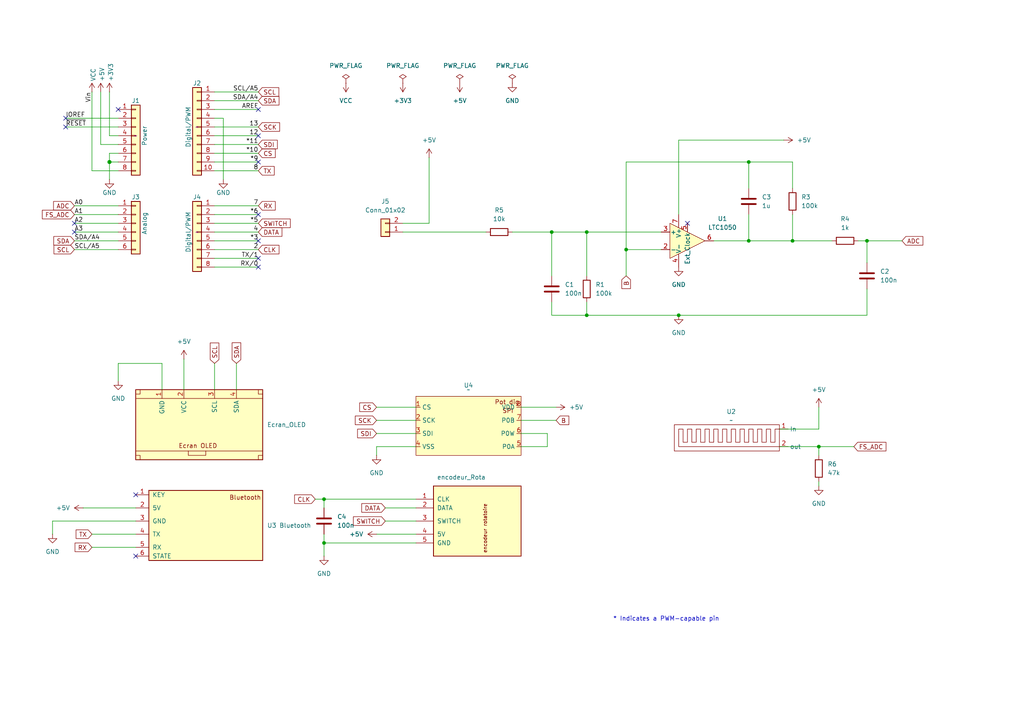
<source format=kicad_sch>
(kicad_sch (version 20250114) (generator "eeschema") (generator_version "9.0")
  (paper "A4")
  (title_block (date "mar. 31 mars 2015"))
  (lib_symbols
    (symbol "Connector_Generic:Conn_01x02" (pin_names (offset 1.016) (hide yes))
      (property "Reference" "J" (at 0 2.54 0))
      (property "Value" "Conn_01x02" (at 0 -5.08 0))
      (symbol "Conn_01x02_1_1"
        (rectangle (start -1.27 1.27) (end 1.27 -3.81) (stroke (width 0.254)) (fill (type background)))
        (rectangle (start -1.27 0.127) (end 0 -0.127) (stroke (width 0.1524)))
        (rectangle (start -1.27 -2.413) (end 0 -2.667) (stroke (width 0.1524)))
        (pin passive line (at -5.08 0 0) (length 3.81) (name "Pin_1") (number "1"))
        (pin passive line (at -5.08 -2.54 0) (length 3.81) (name "Pin_2") (number "2"))
      )
    )
    (symbol "Connector_Generic:Conn_01x06" (pin_names (offset 1.016) (hide yes))
      (property "Reference" "J" (at 0 7.62 0))
      (property "Value" "Conn_01x06" (at 0 -10.16 0))
      (symbol "Conn_01x06_1_1"
        (rectangle (start -1.27 6.35) (end 1.27 -8.89) (stroke (width 0.254)) (fill (type background)))
        (rectangle (start -1.27 5.207) (end 0 4.953) (stroke (width 0.1524)))
        (rectangle (start -1.27 2.667) (end 0 2.413) (stroke (width 0.1524)))
        (rectangle (start -1.27 0.127) (end 0 -0.127) (stroke (width 0.1524)))
        (rectangle (start -1.27 -2.413) (end 0 -2.667) (stroke (width 0.1524)))
        (rectangle (start -1.27 -4.953) (end 0 -5.207) (stroke (width 0.1524)))
        (rectangle (start -1.27 -7.493) (end 0 -7.747) (stroke (width 0.1524)))
        (pin passive line (at -5.08 5.08 0) (length 3.81) (name "Pin_1") (number "1"))
        (pin passive line (at -5.08 2.54 0) (length 3.81) (name "Pin_2") (number "2"))
        (pin passive line (at -5.08 0 0) (length 3.81) (name "Pin_3") (number "3"))
        (pin passive line (at -5.08 -2.54 0) (length 3.81) (name "Pin_4") (number "4"))
        (pin passive line (at -5.08 -5.08 0) (length 3.81) (name "Pin_5") (number "5"))
        (pin passive line (at -5.08 -7.62 0) (length 3.81) (name "Pin_6") (number "6"))
      )
    )
    (symbol "Connector_Generic:Conn_01x08" (pin_names (offset 1.016) (hide yes))
      (property "Reference" "J" (at 0 10.16 0))
      (property "Value" "Conn_01x08" (at 0 -12.7 0))
      (symbol "Conn_01x08_1_1"
        (rectangle (start -1.27 8.89) (end 1.27 -11.43) (stroke (width 0.254)) (fill (type background)))
        (rectangle (start -1.27 7.747) (end 0 7.493) (stroke (width 0.1524)))
        (rectangle (start -1.27 5.207) (end 0 4.953) (stroke (width 0.1524)))
        (rectangle (start -1.27 2.667) (end 0 2.413) (stroke (width 0.1524)))
        (rectangle (start -1.27 0.127) (end 0 -0.127) (stroke (width 0.1524)))
        (rectangle (start -1.27 -2.413) (end 0 -2.667) (stroke (width 0.1524)))
        (rectangle (start -1.27 -4.953) (end 0 -5.207) (stroke (width 0.1524)))
        (rectangle (start -1.27 -7.493) (end 0 -7.747) (stroke (width 0.1524)))
        (rectangle (start -1.27 -10.033) (end 0 -10.287) (stroke (width 0.1524)))
        (pin passive line (at -5.08 7.62 0) (length 3.81) (name "Pin_1") (number "1"))
        (pin passive line (at -5.08 5.08 0) (length 3.81) (name "Pin_2") (number "2"))
        (pin passive line (at -5.08 2.54 0) (length 3.81) (name "Pin_3") (number "3"))
        (pin passive line (at -5.08 0 0) (length 3.81) (name "Pin_4") (number "4"))
        (pin passive line (at -5.08 -2.54 0) (length 3.81) (name "Pin_5") (number "5"))
        (pin passive line (at -5.08 -5.08 0) (length 3.81) (name "Pin_6") (number "6"))
        (pin passive line (at -5.08 -7.62 0) (length 3.81) (name "Pin_7") (number "7"))
        (pin passive line (at -5.08 -10.16 0) (length 3.81) (name "Pin_8") (number "8"))
      )
    )
    (symbol "Connector_Generic:Conn_01x10" (pin_names (offset 1.016) (hide yes))
      (property "Reference" "J" (at 0 12.7 0))
      (property "Value" "Conn_01x10" (at 0 -15.24 0))
      (symbol "Conn_01x10_1_1"
        (rectangle (start -1.27 11.43) (end 1.27 -13.97) (stroke (width 0.254)) (fill (type background)))
        (rectangle (start -1.27 10.287) (end 0 10.033) (stroke (width 0.1524)))
        (rectangle (start -1.27 7.747) (end 0 7.493) (stroke (width 0.1524)))
        (rectangle (start -1.27 5.207) (end 0 4.953) (stroke (width 0.1524)))
        (rectangle (start -1.27 2.667) (end 0 2.413) (stroke (width 0.1524)))
        (rectangle (start -1.27 0.127) (end 0 -0.127) (stroke (width 0.1524)))
        (rectangle (start -1.27 -2.413) (end 0 -2.667) (stroke (width 0.1524)))
        (rectangle (start -1.27 -4.953) (end 0 -5.207) (stroke (width 0.1524)))
        (rectangle (start -1.27 -7.493) (end 0 -7.747) (stroke (width 0.1524)))
        (rectangle (start -1.27 -10.033) (end 0 -10.287) (stroke (width 0.1524)))
        (rectangle (start -1.27 -12.573) (end 0 -12.827) (stroke (width 0.1524)))
        (pin passive line (at -5.08 10.16 0) (length 3.81) (name "Pin_1") (number "1"))
        (pin passive line (at -5.08 7.62 0) (length 3.81) (name "Pin_2") (number "2"))
        (pin passive line (at -5.08 5.08 0) (length 3.81) (name "Pin_3") (number "3"))
        (pin passive line (at -5.08 2.54 0) (length 3.81) (name "Pin_4") (number "4"))
        (pin passive line (at -5.08 0 0) (length 3.81) (name "Pin_5") (number "5"))
        (pin passive line (at -5.08 -2.54 0) (length 3.81) (name "Pin_6") (number "6"))
        (pin passive line (at -5.08 -5.08 0) (length 3.81) (name "Pin_7") (number "7"))
        (pin passive line (at -5.08 -7.62 0) (length 3.81) (name "Pin_8") (number "8"))
        (pin passive line (at -5.08 -10.16 0) (length 3.81) (name "Pin_9") (number "9"))
        (pin passive line (at -5.08 -12.7 0) (length 3.81) (name "Pin_10") (number "10"))
      )
    )
    (symbol "Device:C" (pin_numbers (hide yes)) (pin_names (offset 0.254))
      (property "Reference" "C" (at 0.635 2.54 0))
      (property "Value" "C" (at 0.635 -2.54 0))
      (symbol "C_0_1"
        (polyline (pts (xy -2.032 0.762) (xy 2.032 0.762)) (stroke (width 0.508)))
        (polyline (pts (xy -2.032 -0.762) (xy 2.032 -0.762)) (stroke (width 0.508)))
      )
      (symbol "C_1_1"
        (pin passive line (at 0 3.81 270) (length 2.794) (name "~") (number "1"))
        (pin passive line (at 0 -3.81 90) (length 2.794) (name "~") (number "2"))
      )
    )
    (symbol "Device:R" (pin_numbers (hide yes)) (pin_names (offset 0))
      (property "Reference" "R" (at 2.032 0 90))
      (property "Value" "R" (at 0 0 90))
      (symbol "R_0_1"
        (rectangle (start -1.016 -2.54) (end 1.016 2.54) (stroke (width 0.254)))
      )
      (symbol "R_1_1"
        (pin passive line (at 0 3.81 270) (length 1.27) (name "~") (number "1"))
        (pin passive line (at 0 -3.81 90) (length 1.27) (name "~") (number "2"))
      )
    )
    (symbol "Ecran_OLED_1"
      (property "Value" "Ecran_OLED" (at 12.7 38.1 0))
      (symbol "Ecran_OLED_1_0_1"
        (rectangle (start -17.78 8.89) (end 19.05 -11.43) (stroke (width 0.254)) (fill (type background)))
        (polyline (pts (xy -17.78 7.62) (xy -16.51 7.62) (xy -16.51 8.89)))
        (polyline (pts (xy -17.78 6.35) (xy 19.05 6.35)))
        (polyline (pts (xy -17.78 -8.89) (xy 19.05 -8.89)))
        (polyline (pts (xy -17.78 -10.16) (xy -16.51 -10.16) (xy -16.51 -11.43)))
        (polyline (pts (xy -2.54 -8.89) (xy -2.54 -10.16) (xy 2.54 -10.16) (xy 2.54 -8.89)))
        (polyline (pts (xy 17.78 8.89) (xy 17.78 7.62) (xy 19.05 7.62)))
        (polyline (pts (xy 17.78 -11.43) (xy 17.78 -10.16) (xy 19.05 -10.16)))
      )
      (symbol "Ecran_OLED_1_1_1"
        (text "Ecran OLED" (at 0.254 -7.366 0) (effects (font (size 1.27 1.27))))
        (pin input line (at -10.16 8.89 270) (length 2.54) (name "GND") (number "1"))
        (pin input line (at -3.81 8.89 270) (length 2.54) (name "VCC") (number "2"))
        (pin no_connect line (at 2.54 0 180) (length 2.54) (hide yes) (name "NC") (number "7"))
        (pin input line (at 5.08 8.89 270) (length 2.54) (name "SCL") (number "3"))
        (pin input line (at 11.43 8.89 270) (length 2.54) (name "SDA") (number "4"))
      )
    )
    (symbol "Module_bluetooth_1" (pin_names (offset 1.016))
      (property "Value" "U3 Bluetooth" (at 6.35 10.668 0))
      (symbol "Module_bluetooth_1_0_1"
        (rectangle (start -8.89 8.89) (end 24.13 -11.43) (stroke (width 0.254)) (fill (type background)))
      )
      (symbol "Module_bluetooth_1_1_1"
        (text "Bluetooth" (at 19.05 6.858 0) (effects (font (size 1.27 1.27))))
        (pin input line (at -12.7 7.62 0) (length 3.81) (name "KEY") (number "1"))
        (pin input line (at -12.7 3.81 0) (length 3.81) (name "5V") (number "2"))
        (pin input line (at -12.7 0 0) (length 3.81) (name "GND") (number "3"))
        (pin input line (at -12.7 -3.81 0) (length 3.81) (name "TX") (number "4"))
        (pin input line (at -12.7 -7.62 0) (length 3.81) (name "RX") (number "5"))
        (pin input line (at -12.7 -10.16 0) (length 3.81) (name "STATE") (number "6"))
      )
    )
    (symbol "ma_librairie_projet_graphite:LTC1050" (pin_names (offset 0.127))
      (property "Reference" "U" (at 5.08 5.08 0))
      (property "Value" "LTC1050" (at 7.62 2.54 0))
      (symbol "LTC1050_0_1"
        (polyline (pts (xy -5.08 5.08) (xy -5.08 -5.08) (xy 5.08 0) (xy -5.08 5.08)) (fill (type background)))
      )
      (symbol "LTC1050_1_1"
        (pin input line (at -7.62 2.54 0) (length 2.54) (name "+") (number "3"))
        (pin input line (at -7.62 -2.54 0) (length 2.54) (name "-") (number "2"))
        (pin no_connect line (at -5.08 0 0) (length 3.81) (hide yes) (name "NC") (number "1"))
        (pin power_in line (at -2.54 7.62 270) (length 3.81) (name "V+") (number "7"))
        (pin power_in line (at -2.54 -7.62 90) (length 3.81) (name "V-") (number "4"))
        (pin input line (at 0 5.08 270) (length 2.54) (name "Ext_Clock") (number "5"))
        (pin no_connect line (at 0 2.54 270) (length 3.81) (hide yes) (name "NC") (number "8"))
        (pin output line (at 7.62 0 180) (length 2.54) (name "~") (number "6"))
      )
    )
    (symbol "ma_librairie_projet_graphite:encodeur_Rota" (pin_names (offset 1.016))
      (property "Value" "encodeur_Rota" (at -0.762 14.986 0))
      (symbol "encodeur_Rota_1_0"
        (pin input line (at -12.7 3.81 0) (length 5.08) (name "CLK") (number "1"))
        (pin input line (at -12.7 1.27 0) (length 5.08) (name "DATA") (number "2"))
        (pin input line (at -12.7 -2.54 0) (length 5.08) (name "SWITCH") (number "3"))
        (pin input line (at -12.7 -6.35 0) (length 5.08) (name "5V") (number "4"))
        (pin input line (at -12.7 -8.89 0) (length 5.08) (name "GND") (number "5"))
      )
      (symbol "encodeur_Rota_1_1"
        (rectangle (start -7.62 7.62) (end 17.78 -12.7) (stroke (width 0.254)) (fill (type background)))
        (text "encodeur rotatoire" (at 7.366 -4.572 900) (effects (font (size 1.016 1.016))))
      )
    )
    (symbol "ma_librairie_projet_graphite:flex_sensor"
      (property "Reference" "U" (at 0 0 0))
      (symbol "flex_sensor_0_1"
        (rectangle (start -13.97 3.81) (end 16.51 -3.81))
        (polyline (pts (xy 0 -1.27) (xy 0 2.54) (xy 1.27 2.54) (xy 1.27 -1.27) (xy 2.54 -1.27) (xy 2.54 2.54) (xy 3.81 2.54) (xy 3.81 -1.27) (xy 5.08 -1.27) (xy 5.08 2.54) (xy 6.35 2.54) (xy 6.35 -1.27) (xy 7.62 -1.27) (xy 7.62 2.54) (xy 8.89 2.54) (xy 8.89 -1.27) (xy 10.16 -1.27) (xy 10.16 2.54) (xy 11.43 2.54) (xy 11.43 -1.27) (xy 12.7 -1.27) (xy 12.7 2.54) (xy 13.97 2.54) (xy 13.97 -1.27) (xy 15.24 -1.27) (xy 15.24 2.54) (xy 16.51 2.54)))
        (polyline (pts (xy 16.51 -2.54) (xy -12.7 -2.54) (xy -12.7 2.54) (xy -11.43 2.54) (xy -11.43 -1.27) (xy -10.16 -1.27) (xy -10.16 2.54) (xy -8.89 2.54) (xy -8.89 -1.27) (xy -7.62 -1.27) (xy -7.62 2.54) (xy -6.35 2.54) (xy -6.35 -1.27) (xy -5.08 -1.27) (xy -5.08 2.54) (xy -3.81 2.54) (xy -3.81 -1.27) (xy -2.54 -1.27) (xy -2.54 2.54) (xy -1.27 2.54) (xy -1.27 -1.27) (xy 0 -1.27)))
      )
      (symbol "flex_sensor_1_1"
        (pin input line (at 16.51 2.54 0) (length 2.54) (name "In") (number "1"))
        (pin output line (at 16.51 -2.54 0) (length 2.54) (name "out") (number "2"))
      )
    )
    (symbol "ma_librairie_projet_graphite:pot_dig"
      (property "Reference" "U" (at 0 3.556 0))
      (symbol "pot_dig_1_0"
        (pin input line (at -15.24 2.54 0) (length 1.27) (name "CS") (number "1"))
        (pin passive line (at -15.24 -1.27 0) (length 1.27) (name "SCK") (number "2"))
        (pin input line (at -15.24 -5.08 0) (length 1.27) (name "SDI") (number "3"))
        (pin power_in line (at -15.24 -8.89 0) (length 1.27) (name "VSS") (number "4"))
        (pin power_in line (at 15.24 2.54 180) (length 1.27) (name "VDD") (number "8"))
        (pin passive line (at 15.24 -1.27 180) (length 1.27) (name "P0B") (number "7"))
        (pin passive line (at 15.24 -5.08 180) (length 1.27) (name "P0W") (number "6"))
        (pin passive line (at 15.24 -8.89 180) (length 1.27) (name "P0A") (number "5"))
      )
      (symbol "pot_dig_1_1"
        (rectangle (start -15.24 5.715) (end 15.24 -11.43) (fill (type background)))
        (text "Pot dig\n" (at 11.176 4.064 0) (effects (font (size 1.27 1.27))))
        (text "SPI\n\n" (at 11.43 0.508 0) (effects (font (size 1.27 1.27))))
      )
    )
    (symbol "power:+3V3" (power) (pin_numbers (hide yes)) (pin_names (offset 0) (hide yes))
      (property "Value" "+3V3" (at 0 3.556 0))
      (symbol "+3V3_0_1"
        (polyline (pts (xy -0.762 1.27) (xy 0 2.54)))
        (polyline (pts (xy 0 2.54) (xy 0.762 1.27)))
        (polyline (pts (xy 0 0) (xy 0 2.54)))
      )
      (symbol "+3V3_1_1"
        (pin power_in line (at 0 0 90) (length 0) (name "~") (number "1"))
      )
    )
    (symbol "power:+5V" (power) (pin_numbers (hide yes)) (pin_names (offset 0) (hide yes))
      (property "Value" "+5V" (at 0 3.556 0))
      (symbol "+5V_0_1"
        (polyline (pts (xy -0.762 1.27) (xy 0 2.54)))
        (polyline (pts (xy 0 2.54) (xy 0.762 1.27)))
        (polyline (pts (xy 0 0) (xy 0 2.54)))
      )
      (symbol "+5V_1_1"
        (pin power_in line (at 0 0 90) (length 0) (name "~") (number "1"))
      )
    )
    (symbol "power:GND" (power) (pin_numbers (hide yes)) (pin_names (offset 0) (hide yes))
      (property "Value" "GND" (at 0 -3.81 0))
      (symbol "GND_0_1"
        (polyline (pts (xy 0 0) (xy 0 -1.27) (xy 1.27 -1.27) (xy 0 -2.54) (xy -1.27 -1.27) (xy 0 -1.27)))
      )
      (symbol "GND_1_1"
        (pin power_in line (at 0 0 270) (length 0) (name "~") (number "1"))
      )
    )
    (symbol "power:PWR_FLAG" (power) (pin_numbers (hide yes)) (pin_names (offset 0) (hide yes))
      (property "Value" "PWR_FLAG" (at 0 3.81 0))
      (symbol "PWR_FLAG_0_0"
        (pin power_out line (at 0 0 90) (length 0) (name "~") (number "1"))
      )
      (symbol "PWR_FLAG_0_1"
        (polyline (pts (xy 0 0) (xy 0 1.27) (xy -1.016 1.905) (xy 0 2.54) (xy 1.016 1.905) (xy 0 1.27)))
      )
    )
    (symbol "power:VCC" (power) (pin_numbers (hide yes)) (pin_names (offset 0) (hide yes))
      (property "Value" "VCC" (at 0 3.556 0))
      (symbol "VCC_0_1"
        (polyline (pts (xy -0.762 1.27) (xy 0 2.54)))
        (polyline (pts (xy 0 2.54) (xy 0.762 1.27)))
        (polyline (pts (xy 0 0) (xy 0 2.54)))
      )
      (symbol "VCC_1_1"
        (pin power_in line (at 0 0 90) (length 0) (name "~") (number "1"))
      )
    )
  )
  (text "* Indicates a PWM-capable pin" (at 177.8 180.34 0) (effects (font (size 1.27 1.27)) (justify left bottom)))
  (junction (at 217.17 46.99))
  (junction (at 229.87 69.85))
  (junction (at 31.75 46.99) (diameter 1.016))
  (junction (at 237.49 129.54))
  (junction (at 196.85 91.44))
  (junction (at 93.98 144.78))
  (junction (at 160.02 67.31))
  (junction (at 217.17 69.85))
  (junction (at 251.46 69.85))
  (junction (at 181.61 72.39))
  (junction (at 93.98 157.48))
  (junction (at 170.18 67.31))
  (junction (at 170.18 91.44))
  (no_connect (at 74.93 46.99))
  (no_connect (at 74.93 69.85))
  (no_connect (at 74.93 39.37))
  (no_connect (at 21.59 64.77))
  (no_connect (at 199.39 64.77))
  (no_connect (at 19.05 34.29))
  (no_connect (at 74.93 31.75))
  (no_connect (at 21.59 67.31))
  (no_connect (at 39.37 161.29))
  (no_connect (at 39.37 143.51))
  (no_connect (at 74.93 74.93))
  (no_connect (at 74.93 62.23))
  (no_connect (at 19.05 36.83))
  (no_connect (at 34.29 31.75))
  (no_connect (at 74.93 77.47))
  (wire (pts (xy 62.23 77.47) (xy 74.93 77.47)))
  (wire (pts (xy 124.46 45.72) (xy 124.46 64.77)))
  (wire (pts (xy 62.23 105.41) (xy 62.23 113.03)))
  (wire (pts (xy 93.98 154.94) (xy 93.98 157.48)))
  (wire (pts (xy 62.23 44.45) (xy 74.93 44.45)))
  (wire (pts (xy 62.23 26.67) (xy 74.93 26.67)))
  (wire (pts (xy 109.22 125.73) (xy 120.65 125.73)))
  (wire (pts (xy 181.61 46.99) (xy 217.17 46.99)))
  (wire (pts (xy 160.02 87.63) (xy 160.02 91.44)))
  (wire (pts (xy 251.46 83.82) (xy 251.46 91.44)))
  (wire (pts (xy 31.75 44.45) (xy 31.75 46.99)))
  (wire (pts (xy 21.59 72.39) (xy 34.29 72.39)))
  (wire (pts (xy 237.49 124.46) (xy 237.49 118.11)))
  (wire (pts (xy 196.85 40.64) (xy 227.33 40.64)))
  (wire (pts (xy 109.22 118.11) (xy 120.65 118.11)))
  (wire (pts (xy 229.87 46.99) (xy 229.87 54.61)))
  (wire (pts (xy 248.92 69.85) (xy 251.46 69.85)))
  (wire (pts (xy 217.17 46.99) (xy 229.87 46.99)))
  (wire (pts (xy 31.75 46.99) (xy 31.75 52.07)))
  (wire (pts (xy 237.49 129.54) (xy 237.49 132.08)))
  (wire (pts (xy 31.75 39.37) (xy 34.29 39.37)))
  (wire (pts (xy 46.99 113.03) (xy 46.99 105.41)))
  (wire (pts (xy 29.21 41.91) (xy 34.29 41.91)))
  (wire (pts (xy 229.87 69.85) (xy 241.3 69.85)))
  (wire (pts (xy 29.21 26.67) (xy 29.21 41.91)))
  (wire (pts (xy 160.02 67.31) (xy 170.18 67.31)))
  (wire (pts (xy 62.23 36.83) (xy 74.93 36.83)))
  (wire (pts (xy 31.75 26.67) (xy 31.75 39.37)))
  (wire (pts (xy 62.23 59.69) (xy 74.93 59.69)))
  (wire (pts (xy 34.29 59.69) (xy 21.59 59.69)))
  (wire (pts (xy 93.98 144.78) (xy 120.65 144.78)))
  (wire (pts (xy 109.22 129.54) (xy 120.65 129.54)))
  (wire (pts (xy 196.85 62.23) (xy 196.85 40.64)))
  (wire (pts (xy 62.23 39.37) (xy 74.93 39.37)))
  (wire (pts (xy 62.23 62.23) (xy 74.93 62.23)))
  (wire (pts (xy 53.34 104.14) (xy 53.34 113.03)))
  (wire (pts (xy 251.46 69.85) (xy 251.46 76.2)))
  (wire (pts (xy 181.61 72.39) (xy 191.77 72.39)))
  (wire (pts (xy 226.06 129.54) (xy 237.49 129.54)))
  (wire (pts (xy 160.02 80.01) (xy 160.02 67.31)))
  (wire (pts (xy 251.46 69.85) (xy 261.62 69.85)))
  (wire (pts (xy 62.23 46.99) (xy 74.93 46.99)))
  (wire (pts (xy 62.23 67.31) (xy 74.93 67.31)))
  (wire (pts (xy 170.18 91.44) (xy 196.85 91.44)))
  (wire (pts (xy 151.13 125.73) (xy 158.75 125.73)))
  (wire (pts (xy 109.22 132.08) (xy 109.22 129.54)))
  (wire (pts (xy 19.05 34.29) (xy 34.29 34.29)))
  (wire (pts (xy 217.17 62.23) (xy 217.17 69.85)))
  (wire (pts (xy 116.84 64.77) (xy 124.46 64.77)))
  (wire (pts (xy 181.61 80.01) (xy 181.61 72.39)))
  (wire (pts (xy 161.29 121.92) (xy 151.13 121.92)))
  (wire (pts (xy 15.24 154.94) (xy 15.24 151.13)))
  (wire (pts (xy 111.76 151.13) (xy 120.65 151.13)))
  (wire (pts (xy 91.44 144.78) (xy 93.98 144.78)))
  (wire (pts (xy 64.77 34.29) (xy 64.77 52.07)))
  (wire (pts (xy 34.29 105.41) (xy 34.29 110.49)))
  (wire (pts (xy 217.17 69.85) (xy 229.87 69.85)))
  (wire (pts (xy 15.24 151.13) (xy 39.37 151.13)))
  (wire (pts (xy 62.23 31.75) (xy 74.93 31.75)))
  (wire (pts (xy 237.49 139.7) (xy 237.49 140.97)))
  (wire (pts (xy 148.59 67.31) (xy 160.02 67.31)))
  (wire (pts (xy 207.01 69.85) (xy 217.17 69.85)))
  (wire (pts (xy 34.29 64.77) (xy 21.59 64.77)))
  (wire (pts (xy 19.05 36.83) (xy 34.29 36.83)))
  (wire (pts (xy 34.29 46.99) (xy 31.75 46.99)))
  (wire (pts (xy 116.84 67.31) (xy 140.97 67.31)))
  (wire (pts (xy 26.67 154.94) (xy 39.37 154.94)))
  (wire (pts (xy 68.58 105.41) (xy 68.58 113.03)))
  (wire (pts (xy 111.76 147.32) (xy 120.65 147.32)))
  (wire (pts (xy 34.29 49.53) (xy 26.67 49.53)))
  (wire (pts (xy 170.18 87.63) (xy 170.18 91.44)))
  (wire (pts (xy 21.59 62.23) (xy 34.29 62.23)))
  (wire (pts (xy 170.18 80.01) (xy 170.18 67.31)))
  (wire (pts (xy 170.18 67.31) (xy 191.77 67.31)))
  (wire (pts (xy 237.49 129.54) (xy 247.65 129.54)))
  (wire (pts (xy 109.22 154.94) (xy 120.65 154.94)))
  (wire (pts (xy 93.98 161.29) (xy 93.98 157.48)))
  (wire (pts (xy 93.98 157.48) (xy 120.65 157.48)))
  (wire (pts (xy 46.99 105.41) (xy 34.29 105.41)))
  (wire (pts (xy 196.85 91.44) (xy 251.46 91.44)))
  (wire (pts (xy 62.23 34.29) (xy 64.77 34.29)))
  (wire (pts (xy 151.13 129.54) (xy 158.75 129.54)))
  (wire (pts (xy 34.29 44.45) (xy 31.75 44.45)))
  (wire (pts (xy 160.02 91.44) (xy 170.18 91.44)))
  (wire (pts (xy 181.61 46.99) (xy 181.61 72.39)))
  (wire (pts (xy 151.13 118.11) (xy 161.29 118.11)))
  (wire (pts (xy 226.06 124.46) (xy 237.49 124.46)))
  (wire (pts (xy 158.75 125.73) (xy 158.75 129.54)))
  (wire (pts (xy 62.23 41.91) (xy 74.93 41.91)))
  (wire (pts (xy 229.87 62.23) (xy 229.87 69.85)))
  (wire (pts (xy 62.23 64.77) (xy 74.93 64.77)))
  (wire (pts (xy 21.59 67.31) (xy 34.29 67.31)))
  (wire (pts (xy 217.17 46.99) (xy 217.17 54.61)))
  (wire (pts (xy 24.13 147.32) (xy 39.37 147.32)))
  (wire (pts (xy 26.67 158.75) (xy 39.37 158.75)))
  (wire (pts (xy 62.23 29.21) (xy 74.93 29.21)))
  (wire (pts (xy 62.23 72.39) (xy 74.93 72.39)))
  (wire (pts (xy 93.98 144.78) (xy 93.98 147.32)))
  (wire (pts (xy 109.22 121.92) (xy 120.65 121.92)))
  (wire (pts (xy 62.23 69.85) (xy 74.93 69.85)))
  (wire (pts (xy 62.23 74.93) (xy 74.93 74.93)))
  (wire (pts (xy 26.67 49.53) (xy 26.67 26.67)))
  (wire (pts (xy 34.29 69.85) (xy 21.59 69.85)))
  (wire (pts (xy 62.23 49.53) (xy 74.93 49.53)))
  (label "RX{slash}0" (at 74.93 77.47 180))
  (label "A2" (at 21.59 64.77 0))
  (label "4" (at 74.93 67.31 180))
  (label "2" (at 74.93 72.39 180))
  (label "A3" (at 21.59 67.31 0))
  (label "13" (at 74.93 36.83 180))
  (label "12" (at 74.93 39.37 180))
  (label "~{RESET}" (at 19.05 36.83 0))
  (label "*10" (at 74.93 44.45 180))
  (label "7" (at 74.93 59.69 180))
  (label "SDA{slash}A4" (at 74.93 29.21 180))
  (label "8" (at 74.93 49.53 180))
  (label "*11" (at 74.93 41.91 180))
  (label "*3" (at 74.93 69.85 180))
  (label "A1" (at 21.59 62.23 0))
  (label "TX{slash}1" (at 74.93 74.93 180))
  (label "A0" (at 21.59 59.69 0))
  (label "AREF" (at 74.93 31.75 180))
  (label "Vin" (at 26.67 26.67 270))
  (label "*6" (at 74.93 62.23 180))
  (label "SCL{slash}A5" (at 74.93 26.67 180))
  (label "*9" (at 74.93 46.99 180))
  (label "*5" (at 74.93 64.77 180))
  (label "IOREF" (at 19.05 34.29 0))
  (label "SDA{slash}A4" (at 21.59 69.85 0))
  (label "SCL{slash}A5" (at 21.59 72.39 0))
  (global_label "CS" (shape input) (at 74.93 44.45 0) (property "Intersheetrefs" "${INTERSHEET_REFS}" (effects (hide yes))))
  (global_label "SWITCH" (shape input) (at 74.93 64.77 0) (property "Intersheetrefs" "${INTERSHEET_REFS}" (effects (hide yes))))
  (global_label "RX" (shape input) (at 74.93 59.69 0) (property "Intersheetrefs" "${INTERSHEET_REFS}" (effects (hide yes))))
  (global_label "TX" (shape input) (at 26.67 154.94 180) (property "Intersheetrefs" "${INTERSHEET_REFS}" (effects (hide yes))))
  (global_label "RX" (shape input) (at 26.67 158.75 180) (property "Intersheetrefs" "${INTERSHEET_REFS}" (effects (hide yes))))
  (global_label "SWITCH" (shape input) (at 111.76 151.13 180) (property "Intersheetrefs" "${INTERSHEET_REFS}" (effects (hide yes))))
  (global_label "B" (shape input) (at 161.29 121.92 0) (property "Intersheetrefs" "${INTERSHEET_REFS}" (effects (hide yes))))
  (global_label "ADC" (shape input) (at 21.59 59.69 180) (property "Intersheetrefs" "${INTERSHEET_REFS}" (effects (hide yes))))
  (global_label "SDA" (shape input) (at 21.59 69.85 180) (property "Intersheetrefs" "${INTERSHEET_REFS}" (effects (hide yes))))
  (global_label "SDI" (shape input) (at 109.22 125.73 180) (property "Intersheetrefs" "${INTERSHEET_REFS}" (effects (hide yes))))
  (global_label "SCL" (shape input) (at 74.93 26.67 0) (property "Intersheetrefs" "${INTERSHEET_REFS}" (effects (hide yes))))
  (global_label "CS" (shape input) (at 109.22 118.11 180) (property "Intersheetrefs" "${INTERSHEET_REFS}" (effects (hide yes))))
  (global_label "SCL" (shape input) (at 62.23 105.41 90) (property "Intersheetrefs" "${INTERSHEET_REFS}" (effects (hide yes))))
  (global_label "SCL" (shape input) (at 21.59 72.39 180) (property "Intersheetrefs" "${INTERSHEET_REFS}" (effects (hide yes))))
  (global_label "CLK" (shape input) (at 91.44 144.78 180) (property "Intersheetrefs" "${INTERSHEET_REFS}" (effects (hide yes))))
  (global_label "SCK" (shape input) (at 74.93 36.83 0) (property "Intersheetrefs" "${INTERSHEET_REFS}" (effects (hide yes))))
  (global_label "B" (shape input) (at 181.61 80.01 270) (property "Intersheetrefs" "${INTERSHEET_REFS}" (effects (hide yes))))
  (global_label "FS_ADC" (shape input) (at 247.65 129.54 0) (property "Intersheetrefs" "${INTERSHEET_REFS}" (effects (hide yes))))
  (global_label "CLK" (shape input) (at 74.93 72.39 0) (property "Intersheetrefs" "${INTERSHEET_REFS}" (effects (hide yes))))
  (global_label "SDA" (shape input) (at 68.58 105.41 90) (property "Intersheetrefs" "${INTERSHEET_REFS}" (effects (hide yes))))
  (global_label "SDI" (shape input) (at 74.93 41.91 0) (property "Intersheetrefs" "${INTERSHEET_REFS}" (effects (hide yes))))
  (global_label "FS_ADC" (shape input) (at 21.59 62.23 180) (property "Intersheetrefs" "${INTERSHEET_REFS}" (effects (hide yes))))
  (global_label "SDA" (shape input) (at 74.93 29.21 0) (property "Intersheetrefs" "${INTERSHEET_REFS}" (effects (hide yes))))
  (global_label "ADC" (shape input) (at 261.62 69.85 0) (property "Intersheetrefs" "${INTERSHEET_REFS}" (effects (hide yes))))
  (global_label "TX" (shape input) (at 74.93 49.53 0) (property "Intersheetrefs" "${INTERSHEET_REFS}" (effects (hide yes))))
  (global_label "DATA" (shape input) (at 111.76 147.32 180) (property "Intersheetrefs" "${INTERSHEET_REFS}" (effects (hide yes))))
  (global_label "SCK" (shape input) (at 109.22 121.92 180) (property "Intersheetrefs" "${INTERSHEET_REFS}" (effects (hide yes))))
  (global_label "DATA" (shape input) (at 74.93 67.31 0) (property "Intersheetrefs" "${INTERSHEET_REFS}" (effects (hide yes))))
  (symbol (lib_id "Connector_Generic:Conn_01x08") (at 39.37 39.37 0) (unit 1)
    (property "Reference" "J1" (at 39.37 29.21 0))
    (property "Value" "Power" (at 41.91 39.37 90))
    (property "Footprint" "Connector_PinSocket_2.54mm:PinSocket_1x08_P2.54mm_Vertical" (effects (hide yes)))
    (property "Datasheet" "~" (at 39.37 39.37 0))
    (property "Description" "Generic connector, single row, 01x08, script generated (kicad-library-utils/schlib/autogen/connector/)" (effects (hide yes)))
  )
  (symbol (lib_id "power:+3V3") (at 31.75 26.67 0) (unit 1)
    (property "Reference" "#PWR03" (effects (hide yes)))
    (property "Value" "+3V3" (at 32.131 23.622 90) (effects (justify left)))
    (property "Description" "Power symbol creates a global label with name \"+3V3\"" (effects (hide yes)))
  )
  (symbol (lib_id "power:+5V") (at 29.21 26.67 0) (unit 1)
    (property "Reference" "#PWR02" (effects (hide yes)))
    (property "Value" "+5V" (at 29.5656 23.622 90) (effects (justify left)))
    (property "Description" "Power symbol creates a global label with name \"+5V\"" (effects (hide yes)))
  )
  (symbol (lib_id "power:GND") (at 31.75 52.07 0) (unit 1)
    (property "Reference" "#PWR04" (effects (hide yes)))
    (property "Value" "GND" (at 31.75 55.88 0))
    (property "Description" "Power symbol creates a global label with name \"GND\" , ground" (effects (hide yes)))
  )
  (symbol (lib_id "Connector_Generic:Conn_01x10") (at 57.15 36.83 0) (mirror y) (unit 1)
    (property "Reference" "J2" (at 57.15 24.13 0))
    (property "Value" "Digital/PWM" (at 54.61 36.83 90))
    (property "Footprint" "Connector_PinSocket_2.54mm:PinSocket_1x10_P2.54mm_Vertical" (effects (hide yes)))
    (property "Datasheet" "~" (at 57.15 36.83 0))
    (property "Description" "Generic connector, single row, 01x10, script generated (kicad-library-utils/schlib/autogen/connector/)" (effects (hide yes)))
  )
  (symbol (lib_id "power:GND") (at 64.77 52.07 0) (unit 1)
    (property "Reference" "#PWR05" (effects (hide yes)))
    (property "Value" "GND" (at 64.77 55.88 0))
    (property "Description" "Power symbol creates a global label with name \"GND\" , ground" (effects (hide yes)))
  )
  (symbol (lib_id "Connector_Generic:Conn_01x06") (at 39.37 64.77 0) (unit 1)
    (property "Reference" "J3" (at 39.37 57.15 0))
    (property "Value" "Analog" (at 41.91 64.77 90))
    (property "Footprint" "Connector_PinSocket_2.54mm:PinSocket_1x06_P2.54mm_Vertical" (effects (hide yes)))
    (property "Description" "Generic connector, single row, 01x06, script generated (kicad-library-utils/schlib/autogen/connector/)" (effects (hide yes)))
  )
  (symbol (lib_id "Connector_Generic:Conn_01x08") (at 57.15 67.31 0) (mirror y) (unit 1)
    (property "Reference" "J4" (at 57.15 57.15 0))
    (property "Value" "Digital/PWM" (at 54.61 67.31 90))
    (property "Footprint" "Connector_PinSocket_2.54mm:PinSocket_1x08_P2.54mm_Vertical" (effects (hide yes)))
    (property "Datasheet" "~" (at 57.15 67.31 0))
    (property "Description" "Generic connector, single row, 01x08, script generated (kicad-library-utils/schlib/autogen/connector/)" (effects (hide yes)))
  )
  (symbol (lib_id "power:GND") (at 109.22 132.08 0) (unit 1)
    (property "Reference" "#PWR020" (effects (hide yes)))
    (property "Value" "GND" (at 109.22 137.16 0))
    (property "Description" "Power symbol creates a global label with name \"GND\" , ground" (effects (hide yes)))
  )
  (symbol (lib_id "Device:R") (at 170.18 83.82 0) (unit 1)
    (property "Reference" "R1" (at 172.72 82.5499 0) (effects (justify left)))
    (property "Value" "100k" (at 172.72 85.0899 0) (effects (justify left)))
    (property "Footprint" "Resistor_THT:R_Axial_DIN0207_L6.3mm_D2.5mm_P10.16mm_Horizontal" (effects (hide yes)))
    (property "Description" "Resistor" (effects (hide yes)))
  )
  (symbol (lib_id "power:+3V3") (at 116.84 24.13 180) (unit 1)
    (property "Reference" "#PWR09" (effects (hide yes)))
    (property "Value" "+3V3" (at 116.84 29.21 0))
    (property "Description" "Power symbol creates a global label with name \"+3V3\"" (effects (hide yes)))
  )
  (symbol (lib_name "Module_bluetooth_1") (lib_id "ma_librairie_projet_graphite:Module_bluetooth") (at 52.07 151.13 0) (unit 1)
    (property "Reference" "U5" (effects (hide yes)))
    (property "Value" "U3 Bluetooth" (at 77.47 152.3999 0) (effects (justify left)))
    (property "Footprint" "ma_lib_empreinte:Bluetooth" (effects (hide yes)))
    (property "Datasheet" "https://www.olimex.com/Products/Modules/RF/MOD-nRF8001/" (effects (hide yes)))
    (property "Description" "Bluetooth Low Energy module based on nRF8001 chipset" (effects (hide yes)))
  )
  (symbol (lib_id "power:+5V") (at 24.13 147.32 90) (unit 1)
    (property "Reference" "#PWR018" (effects (hide yes)))
    (property "Value" "+5V" (at 20.32 147.3199 90) (effects (justify left)))
    (property "Description" "Power symbol creates a global label with name \"+5V\"" (effects (hide yes)))
  )
  (symbol (lib_id "Device:R") (at 144.78 67.31 90) (unit 1)
    (property "Reference" "R5" (at 144.78 60.96 90))
    (property "Value" "10k" (at 144.78 63.5 90))
    (property "Footprint" "Resistor_THT:R_Axial_DIN0207_L6.3mm_D2.5mm_P10.16mm_Horizontal" (effects (hide yes)))
    (property "Description" "Resistor" (effects (hide yes)))
  )
  (symbol (lib_id "power:+5V") (at 237.49 118.11 0) (unit 1)
    (property "Reference" "#PWR022" (effects (hide yes)))
    (property "Value" "+5V" (at 237.49 113.03 0))
    (property "Description" "Power symbol creates a global label with name \"+5V\"" (effects (hide yes)))
  )
  (symbol (lib_id "power:+5V") (at 161.29 118.11 270) (unit 1)
    (property "Reference" "#PWR021" (effects (hide yes)))
    (property "Value" "+5V" (at 165.1 118.1099 90) (effects (justify left)))
    (property "Description" "Power symbol creates a global label with name \"+5V\"" (effects (hide yes)))
  )
  (symbol (lib_id "power:VCC") (at 26.67 26.67 0) (unit 1)
    (property "Reference" "#PWR01" (effects (hide yes)))
    (property "Value" "VCC" (at 27.051 23.622 90) (effects (justify left)))
    (property "Description" "Power symbol creates a global label with name \"VCC\"" (effects (hide yes)))
  )
  (symbol (lib_id "power:VCC") (at 100.33 24.13 180) (unit 1)
    (property "Reference" "#PWR08" (effects (hide yes)))
    (property "Value" "VCC" (at 100.33 29.21 0))
    (property "Description" "Power symbol creates a global label with name \"VCC\"" (effects (hide yes)))
  )
  (symbol (lib_id "Connector_Generic:Conn_01x02") (at 111.76 67.31 180) (unit 1)
    (property "Reference" "J5" (at 111.76 58.42 0))
    (property "Value" "Conn_01x02" (at 111.76 60.96 0))
    (property "Footprint" "Connector_PinSocket_2.54mm:PinSocket_1x02_P2.54mm_Vertical" (effects (hide yes)))
    (property "Description" "Generic connector, single row, 01x02, script generated (kicad-library-utils/schlib/autogen/connector/)" (effects (hide yes)))
  )
  (symbol (lib_id "power:GND") (at 196.85 91.44 0) (unit 1)
    (property "Reference" "#PWR07" (effects (hide yes)))
    (property "Value" "GND" (at 196.85 96.52 0))
    (property "Description" "Power symbol creates a global label with name \"GND\" , ground" (effects (hide yes)))
  )
  (symbol (lib_id "power:GND") (at 15.24 154.94 0) (unit 1)
    (property "Reference" "#PWR017" (effects (hide yes)))
    (property "Value" "GND" (at 15.24 160.02 0))
    (property "Description" "Power symbol creates a global label with name \"GND\" , ground" (effects (hide yes)))
  )
  (symbol (lib_id "ma_librairie_projet_graphite:encodeur_Rota") (at 133.35 148.59 0) (unit 1)
    (property "Reference" "U3" (effects (hide yes)))
    (property "Value" "encodeur_Rota" (at 126.746 138.43 0) (effects (justify left)))
    (property "Footprint" "ma_lib_empreinte:rotencodeur" (effects (hide yes)))
    (property "Datasheet" "http://www.ti.com/lit/gpn/sn74LS147" (effects (hide yes)))
    (property "Description" "Priority Encoder, 10 to 4" (effects (hide yes)))
  )
  (symbol (lib_id "power:PWR_FLAG") (at 148.59 24.13 0) (unit 1)
    (property "Reference" "#FLG04" (effects (hide yes)))
    (property "Value" "PWR_FLAG" (at 148.59 19.05 0))
    (property "Description" "Special symbol for telling ERC where power comes from" (effects (hide yes)))
  )
  (symbol (lib_id "power:+5V") (at 109.22 154.94 90) (unit 1)
    (property "Reference" "#PWR015" (effects (hide yes)))
    (property "Value" "+5V" (at 105.41 154.9399 90) (effects (justify left)))
    (property "Description" "Power symbol creates a global label with name \"+5V\"" (effects (hide yes)))
  )
  (symbol (lib_id "power:GND") (at 196.85 77.47 0) (unit 1)
    (property "Reference" "#PWR06" (effects (hide yes)))
    (property "Value" "GND" (at 196.85 82.55 0))
    (property "Description" "Power symbol creates a global label with name \"GND\" , ground" (effects (hide yes)))
  )
  (symbol (lib_id "power:+5V") (at 124.46 45.72 0) (unit 1)
    (property "Reference" "#PWR013" (effects (hide yes)))
    (property "Value" "+5V" (at 124.46 40.64 0))
    (property "Description" "Power symbol creates a global label with name \"+5V\"" (effects (hide yes)))
  )
  (symbol (lib_id "power:+5V") (at 53.34 104.14 0) (unit 1)
    (property "Reference" "#PWR019" (effects (hide yes)))
    (property "Value" "+5V" (at 53.34 99.06 0))
    (property "Description" "Power symbol creates a global label with name \"+5V\"" (effects (hide yes)))
  )
  (symbol (lib_id "ma_librairie_projet_graphite:LTC1050") (at 199.39 69.85 0) (unit 1)
    (property "Reference" "U1" (at 209.55 63.4298 0))
    (property "Value" "LTC1050" (at 209.55 65.9698 0))
    (property "Footprint" "Package_DIP:DIP-8_W7.62mm" (effects (hide yes)))
    (property "Datasheet" "https://www.analog.com/media/en/technical-documentation/data-sheets/OP1177_2177_4177.pdf" (effects (hide yes)))
    (property "Description" "Precision Low Noise, Low Input Bias Current Operational Amplifier, SOIC-8" (effects (hide yes)))
  )
  (symbol (lib_id "power:PWR_FLAG") (at 100.33 24.13 0) (unit 1)
    (property "Reference" "#FLG05" (effects (hide yes)))
    (property "Value" "PWR_FLAG" (at 100.33 19.05 0))
    (property "Description" "Special symbol for telling ERC where power comes from" (effects (hide yes)))
  )
  (symbol (lib_id "Device:R") (at 237.49 135.89 0) (unit 1)
    (property "Reference" "R6" (at 240.03 134.6199 0) (effects (justify left)))
    (property "Value" "47k" (at 240.03 137.1599 0) (effects (justify left)))
    (property "Footprint" "Resistor_THT:R_Axial_DIN0207_L6.3mm_D2.5mm_P10.16mm_Horizontal" (effects (hide yes)))
    (property "Description" "Resistor" (effects (hide yes)))
  )
  (symbol (lib_name "Ecran_OLED_1") (lib_id "ma_librairie_projet_graphite:Ecran_OLED") (at 57.15 121.92 0) (unit 1)
    (property "Reference" "DS2" (effects (hide yes)))
    (property "Value" "Ecran_OLED" (at 77.47 123.1899 0) (effects (justify left)))
    (property "Footprint" "ma_lib_empreinte:OLED" (effects (hide yes)))
    (property "Datasheet" "https://www.vishay.com/docs/37902/oled128o064dbpp3n00000.pdf" (effects (hide yes)))
    (property "Description" "OLED display 128x64" (effects (hide yes)))
  )
  (symbol (lib_id "power:GND") (at 34.29 110.49 0) (unit 1)
    (property "Reference" "#PWR014" (effects (hide yes)))
    (property "Value" "GND" (at 34.29 115.57 0))
    (property "Description" "Power symbol creates a global label with name \"GND\" , ground" (effects (hide yes)))
  )
  (symbol (lib_id "ma_librairie_projet_graphite:pot_dig") (at 135.89 120.65 0) (unit 1)
    (property "Reference" "U4" (at 135.89 111.76 0))
    (property "Value" "~" (at 135.89 113.03 0))
    (property "Footprint" "ma_lib_empreinte:pot_dig" (effects (hide yes)))
  )
  (symbol (lib_id "ma_librairie_projet_graphite:flex_sensor") (at 209.55 127 0) (unit 1)
    (property "Reference" "U2" (at 212.09 119.38 0))
    (property "Value" "~" (at 212.09 121.92 0))
    (property "Footprint" "ma_lib_empreinte:flex_sensor" (effects (hide yes)))
  )
  (symbol (lib_id "power:PWR_FLAG") (at 133.35 24.13 0) (unit 1)
    (property "Reference" "#FLG03" (effects (hide yes)))
    (property "Value" "PWR_FLAG" (at 133.35 19.05 0))
    (property "Description" "Special symbol for telling ERC where power comes from" (effects (hide yes)))
  )
  (symbol (lib_id "Device:C") (at 251.46 80.01 0) (unit 1)
    (property "Reference" "C2" (at 255.27 78.7399 0) (effects (justify left)))
    (property "Value" "100n" (at 255.27 81.2799 0) (effects (justify left)))
    (property "Footprint" "Capacitor_THT:C_Disc_D4.3mm_W1.9mm_P5.00mm" (effects (hide yes)))
    (property "Description" "Unpolarized capacitor" (effects (hide yes)))
  )
  (symbol (lib_id "Device:C") (at 160.02 83.82 0) (unit 1)
    (property "Reference" "C1" (at 163.83 82.5499 0) (effects (justify left)))
    (property "Value" "100n" (at 163.83 85.0899 0) (effects (justify left)))
    (property "Footprint" "Capacitor_THT:C_Disc_D4.3mm_W1.9mm_P5.00mm" (effects (hide yes)))
    (property "Description" "Unpolarized capacitor" (effects (hide yes)))
  )
  (symbol (lib_id "power:GND") (at 148.59 24.13 0) (unit 1)
    (property "Reference" "#PWR011" (effects (hide yes)))
    (property "Value" "GND" (at 148.59 29.21 0))
    (property "Description" "Power symbol creates a global label with name \"GND\" , ground" (effects (hide yes)))
  )
  (symbol (lib_id "Device:R") (at 245.11 69.85 90) (unit 1)
    (property "Reference" "R4" (at 245.11 63.5 90))
    (property "Value" "1k" (at 245.11 66.04 90))
    (property "Footprint" "Resistor_THT:R_Axial_DIN0207_L6.3mm_D2.5mm_P10.16mm_Horizontal" (effects (hide yes)))
    (property "Description" "Resistor" (effects (hide yes)))
  )
  (symbol (lib_id "power:PWR_FLAG") (at 116.84 24.13 0) (unit 1)
    (property "Reference" "#FLG02" (effects (hide yes)))
    (property "Value" "PWR_FLAG" (at 116.84 19.05 0))
    (property "Description" "Special symbol for telling ERC where power comes from" (effects (hide yes)))
  )
  (symbol (lib_id "power:GND") (at 237.49 140.97 0) (unit 1)
    (property "Reference" "#PWR023" (effects (hide yes)))
    (property "Value" "GND" (at 237.49 146.05 0))
    (property "Description" "Power symbol creates a global label with name \"GND\" , ground" (effects (hide yes)))
  )
  (symbol (lib_id "Device:R") (at 229.87 58.42 0) (unit 1)
    (property "Reference" "R3" (at 232.41 57.1499 0) (effects (justify left)))
    (property "Value" "100k" (at 232.41 59.6899 0) (effects (justify left)))
    (property "Footprint" "Resistor_THT:R_Axial_DIN0207_L6.3mm_D2.5mm_P10.16mm_Horizontal" (effects (hide yes)))
    (property "Description" "Resistor" (effects (hide yes)))
  )
  (symbol (lib_id "power:+5V") (at 227.33 40.64 270) (unit 1)
    (property "Reference" "#PWR012" (effects (hide yes)))
    (property "Value" "+5V" (at 231.14 40.6399 90) (effects (justify left)))
    (property "Description" "Power symbol creates a global label with name \"+5V\"" (effects (hide yes)))
  )
  (symbol (lib_id "power:+5V") (at 133.35 24.13 180) (unit 1)
    (property "Reference" "#PWR010" (effects (hide yes)))
    (property "Value" "+5V" (at 133.35 29.21 0))
    (property "Description" "Power symbol creates a global label with name \"+5V\"" (effects (hide yes)))
  )
  (symbol (lib_id "Device:C") (at 93.98 151.13 0) (unit 1)
    (property "Reference" "C4" (at 97.79 149.8599 0) (effects (justify left)))
    (property "Value" "100n" (at 97.79 152.3999 0) (effects (justify left)))
    (property "Footprint" "Capacitor_THT:C_Disc_D4.3mm_W1.9mm_P5.00mm" (effects (hide yes)))
    (property "Description" "Unpolarized capacitor" (effects (hide yes)))
  )
  (symbol (lib_id "Device:C") (at 217.17 58.42 0) (unit 1)
    (property "Reference" "C3" (at 220.98 57.1499 0) (effects (justify left)))
    (property "Value" "1u" (at 220.98 59.6899 0) (effects (justify left)))
    (property "Footprint" "Capacitor_THT:C_Rect_L9.0mm_W3.9mm_P7.50mm_MKT" (effects (hide yes)))
    (property "Description" "Unpolarized capacitor" (effects (hide yes)))
  )
  (symbol (lib_id "power:GND") (at 93.98 161.29 0) (unit 1)
    (property "Reference" "#PWR016" (effects (hide yes)))
    (property "Value" "GND" (at 93.98 166.37 0))
    (property "Description" "Power symbol creates a global label with name \"GND\" , ground" (effects (hide yes)))
  )
)
</source>
